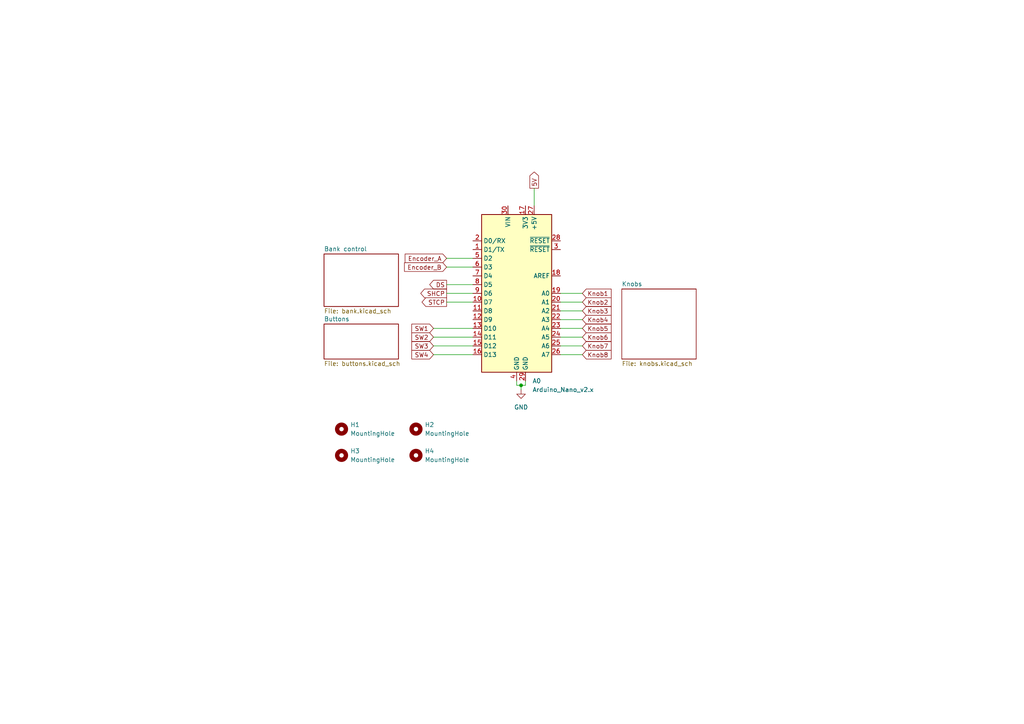
<source format=kicad_sch>
(kicad_sch (version 20211123) (generator eeschema)
  (paper "A4")
  (title_block (title "MIDI CONTROLLER") (date "2022-12-29") (rev "V0.1"))
  (lib_symbols
    (symbol "MCU_Module:Arduino_Nano_v2.x"
      (property "Reference" "A" (at -10.16 23.495 0))
      (property "Value" "Arduino_Nano_v2.x" (at 5.08 -24.13 0))
      (symbol "Arduino_Nano_v2.x_0_1"
        (rectangle (start -10.16 22.86) (end 10.16 -22.86) (stroke (width 0.254)) (fill (type background)))
      )
      (symbol "Arduino_Nano_v2.x_1_1"
        (pin bidirectional line (at -12.7 12.7 0) (length 2.54) (name "D1/TX") (number "1"))
        (pin bidirectional line (at -12.7 -2.54 0) (length 2.54) (name "D7") (number "10"))
        (pin bidirectional line (at -12.7 -5.08 0) (length 2.54) (name "D8") (number "11"))
        (pin bidirectional line (at -12.7 -7.62 0) (length 2.54) (name "D9") (number "12"))
        (pin bidirectional line (at -12.7 -10.16 0) (length 2.54) (name "D10") (number "13"))
        (pin bidirectional line (at -12.7 -12.7 0) (length 2.54) (name "D11") (number "14"))
        (pin bidirectional line (at -12.7 -15.24 0) (length 2.54) (name "D12") (number "15"))
        (pin bidirectional line (at -12.7 -17.78 0) (length 2.54) (name "D13") (number "16"))
        (pin power_out line (at 2.54 25.4 270) (length 2.54) (name "3V3") (number "17"))
        (pin input line (at 12.7 5.08 180) (length 2.54) (name "AREF") (number "18"))
        (pin bidirectional line (at 12.7 0 180) (length 2.54) (name "A0") (number "19"))
        (pin bidirectional line (at -12.7 15.24 0) (length 2.54) (name "D0/RX") (number "2"))
        (pin bidirectional line (at 12.7 -2.54 180) (length 2.54) (name "A1") (number "20"))
        (pin bidirectional line (at 12.7 -5.08 180) (length 2.54) (name "A2") (number "21"))
        (pin bidirectional line (at 12.7 -7.62 180) (length 2.54) (name "A3") (number "22"))
        (pin bidirectional line (at 12.7 -10.16 180) (length 2.54) (name "A4") (number "23"))
        (pin bidirectional line (at 12.7 -12.7 180) (length 2.54) (name "A5") (number "24"))
        (pin bidirectional line (at 12.7 -15.24 180) (length 2.54) (name "A6") (number "25"))
        (pin bidirectional line (at 12.7 -17.78 180) (length 2.54) (name "A7") (number "26"))
        (pin power_out line (at 5.08 25.4 270) (length 2.54) (name "+5V") (number "27"))
        (pin input line (at 12.7 15.24 180) (length 2.54) (name "~{RESET}") (number "28"))
        (pin power_in line (at 2.54 -25.4 90) (length 2.54) (name "GND") (number "29"))
        (pin input line (at 12.7 12.7 180) (length 2.54) (name "~{RESET}") (number "3"))
        (pin power_in line (at -2.54 25.4 270) (length 2.54) (name "VIN") (number "30"))
        (pin power_in line (at 0 -25.4 90) (length 2.54) (name "GND") (number "4"))
        (pin bidirectional line (at -12.7 10.16 0) (length 2.54) (name "D2") (number "5"))
        (pin bidirectional line (at -12.7 7.62 0) (length 2.54) (name "D3") (number "6"))
        (pin bidirectional line (at -12.7 5.08 0) (length 2.54) (name "D4") (number "7"))
        (pin bidirectional line (at -12.7 2.54 0) (length 2.54) (name "D5") (number "8"))
        (pin bidirectional line (at -12.7 0 0) (length 2.54) (name "D6") (number "9"))
      )
    )
    (symbol "Mechanical:MountingHole" (pin_names (offset 1.016))
      (property "Reference" "H" (at 0 5.08 0))
      (property "Value" "MountingHole" (at 0 3.175 0))
      (symbol "MountingHole_0_1"
        (circle (center 0 0) (radius 1.27) (stroke (width 1.27)))
      )
    )
    (symbol "power:GND" (power) (pin_names (offset 0))
      (property "Value" "GND" (at 0 -3.81 0))
      (symbol "GND_0_1"
        (polyline (pts (xy 0 0) (xy 0 -1.27) (xy 1.27 -1.27) (xy 0 -2.54) (xy -1.27 -1.27) (xy 0 -1.27)))
      )
      (symbol "GND_1_1"
        (pin power_in line (at 0 0 270) (length 0) hide (name "GND") (number "1"))
      )
    )
  )
  (junction (at 151.13 111.76))
  (wire (pts (xy 149.86 111.76) (xy 151.13 111.76)))
  (wire (pts (xy 162.56 87.63) (xy 168.91 87.63)))
  (wire (pts (xy 162.56 85.09) (xy 168.91 85.09)))
  (wire (pts (xy 162.56 90.17) (xy 168.91 90.17)))
  (wire (pts (xy 162.56 97.79) (xy 168.91 97.79)))
  (wire (pts (xy 129.54 87.63) (xy 137.16 87.63)))
  (wire (pts (xy 129.54 77.47) (xy 137.16 77.47)))
  (wire (pts (xy 129.54 82.55) (xy 137.16 82.55)))
  (wire (pts (xy 154.94 54.61) (xy 154.94 59.69)))
  (wire (pts (xy 162.56 100.33) (xy 168.91 100.33)))
  (wire (pts (xy 125.73 95.25) (xy 137.16 95.25)))
  (wire (pts (xy 162.56 95.25) (xy 168.91 95.25)))
  (wire (pts (xy 162.56 102.87) (xy 168.91 102.87)))
  (wire (pts (xy 149.86 110.49) (xy 149.86 111.76)))
  (wire (pts (xy 129.54 85.09) (xy 137.16 85.09)))
  (wire (pts (xy 162.56 92.71) (xy 168.91 92.71)))
  (wire (pts (xy 151.13 111.76) (xy 151.13 113.03)))
  (wire (pts (xy 125.73 97.79) (xy 137.16 97.79)))
  (wire (pts (xy 125.73 100.33) (xy 137.16 100.33)))
  (wire (pts (xy 151.13 111.76) (xy 152.4 111.76)))
  (wire (pts (xy 125.73 102.87) (xy 137.16 102.87)))
  (wire (pts (xy 129.54 74.93) (xy 137.16 74.93)))
  (wire (pts (xy 152.4 111.76) (xy 152.4 110.49)))
  (global_label "STCP" (shape output) (at 129.54 87.63 180) (property "Riferimenti inter-foglio" "${INTERSHEET_REFS}" (effects hide)))
  (global_label "Knob2" (shape input) (at 168.91 87.63 0) (property "Riferimenti inter-foglio" "${INTERSHEET_REFS}" (effects hide)))
  (global_label "Knob5" (shape input) (at 168.91 95.25 0) (property "Riferimenti inter-foglio" "${INTERSHEET_REFS}" (effects hide)))
  (global_label "Encoder_A" (shape input) (at 129.54 74.93 180) (property "Riferimenti inter-foglio" "${INTERSHEET_REFS}" (effects hide)))
  (global_label "5V" (shape output) (at 154.94 54.61 90) (property "Riferimenti inter-foglio" "${INTERSHEET_REFS}" (effects hide)))
  (global_label "SW3" (shape input) (at 125.73 100.33 180) (property "Riferimenti inter-foglio" "${INTERSHEET_REFS}" (effects hide)))
  (global_label "SHCP" (shape output) (at 129.54 85.09 180) (property "Riferimenti inter-foglio" "${INTERSHEET_REFS}" (effects hide)))
  (global_label "Encoder_B" (shape input) (at 129.54 77.47 180) (property "Riferimenti inter-foglio" "${INTERSHEET_REFS}" (effects hide)))
  (global_label "Knob3" (shape input) (at 168.91 90.17 0) (property "Riferimenti inter-foglio" "${INTERSHEET_REFS}" (effects hide)))
  (global_label "Knob4" (shape input) (at 168.91 92.71 0) (property "Riferimenti inter-foglio" "${INTERSHEET_REFS}" (effects hide)))
  (global_label "SW2" (shape input) (at 125.73 97.79 180) (property "Riferimenti inter-foglio" "${INTERSHEET_REFS}" (effects hide)))
  (global_label "SW4" (shape input) (at 125.73 102.87 180) (property "Riferimenti inter-foglio" "${INTERSHEET_REFS}" (effects hide)))
  (global_label "DS" (shape output) (at 129.54 82.55 180) (property "Riferimenti inter-foglio" "${INTERSHEET_REFS}" (effects hide)))
  (global_label "Knob8" (shape input) (at 168.91 102.87 0) (property "Riferimenti inter-foglio" "${INTERSHEET_REFS}" (effects hide)))
  (global_label "Knob6" (shape input) (at 168.91 97.79 0) (property "Riferimenti inter-foglio" "${INTERSHEET_REFS}" (effects hide)))
  (global_label "Knob1" (shape input) (at 168.91 85.09 0) (property "Riferimenti inter-foglio" "${INTERSHEET_REFS}" (effects hide)))
  (global_label "Knob7" (shape input) (at 168.91 100.33 0) (property "Riferimenti inter-foglio" "${INTERSHEET_REFS}" (effects hide)))
  (global_label "SW1" (shape input) (at 125.73 95.25 180) (property "Riferimenti inter-foglio" "${INTERSHEET_REFS}" (effects hide)))
  (symbol (lib_id "Mechanical:MountingHole") (at 120.65 124.46 0) (unit 1)
    (property "Reference" "H2" (at 123.19 123.1899 0) (effects (justify left)))
    (property "Value" "MountingHole" (at 123.19 125.7299 0) (effects (justify left)))
    (property "Footprint" "MountingHole:MountingHole_4.3mm_M4" (effects hide))
  )
  (symbol (lib_id "Mechanical:MountingHole") (at 99.06 132.08 0) (unit 1)
    (property "Reference" "H3" (at 101.6 130.8099 0) (effects (justify left)))
    (property "Value" "MountingHole" (at 101.6 133.3499 0) (effects (justify left)))
    (property "Footprint" "MountingHole:MountingHole_4.3mm_M4" (effects hide))
  )
  (symbol (lib_id "power:GND") (at 151.13 113.03 0) (unit 1)
    (property "Reference" "#PWR0101" (effects hide))
    (property "Value" "GND" (at 151.13 118.11 0))
  )
  (symbol (lib_id "MCU_Module:Arduino_Nano_v2.x") (at 149.86 85.09 0) (unit 1)
    (property "Reference" "A0" (at 154.4194 110.49 0) (effects (justify left)))
    (property "Value" "Arduino_Nano_v2.x" (at 154.4194 113.03 0) (effects (justify left)))
    (property "Footprint" "Module:Arduino_Nano" (effects hide))
    (property "Datasheet" "https://www.arduino.cc/en/uploads/Main/ArduinoNanoManual23.pdf" (effects hide))
  )
  (symbol (lib_id "Mechanical:MountingHole") (at 120.65 132.08 0) (unit 1)
    (property "Reference" "H4" (at 123.19 130.8099 0) (effects (justify left)))
    (property "Value" "MountingHole" (at 123.19 133.3499 0) (effects (justify left)))
    (property "Footprint" "MountingHole:MountingHole_4.3mm_M4" (effects hide))
  )
  (symbol (lib_id "Mechanical:MountingHole") (at 99.06 124.46 0) (unit 1)
    (property "Reference" "H1" (at 101.6 123.1899 0) (effects (justify left)))
    (property "Value" "MountingHole" (at 101.6 125.7299 0) (effects (justify left)))
    (property "Footprint" "MountingHole:MountingHole_4.3mm_M4" (effects hide))
  )
  (sheet (at 93.98 73.66) (size 21.59 15.24) (stroke (width 0.1524))
    (property "Sheet name" "Bank control" (at 93.98 72.9484 0) (effects (justify left bottom)))
    (property "Sheet file" "bank.kicad_sch" (at 93.98 89.4846 0) (effects (justify left top)))
  )
  (sheet (at 180.34 83.82) (size 21.59 20.32) (stroke (width 0.1524))
    (property "Sheet name" "Knobs" (at 180.34 83.1084 0) (effects (justify left bottom)))
    (property "Sheet file" "knobs.kicad_sch" (at 180.34 104.7246 0) (effects (justify left top)))
  )
  (sheet (at 93.98 93.98) (size 21.59 10.16) (stroke (width 0.1524))
    (property "Sheet name" "Buttons" (at 93.98 93.2684 0) (effects (justify left bottom)))
    (property "Sheet file" "buttons.kicad_sch" (at 93.98 104.7246 0) (effects (justify left top)))
  )
)
</source>
